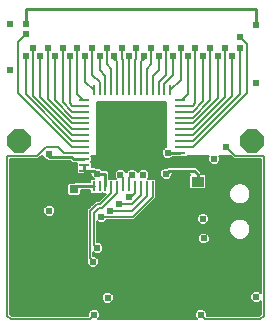
<source format=gbl>
G75*
%MOIN*%
%OFA0B0*%
%FSLAX24Y24*%
%IPPOS*%
%LPD*%
%AMOC8*
5,1,8,0,0,1.08239X$1,22.5*
%
%ADD10R,0.0354X0.0098*%
%ADD11R,0.0098X0.0354*%
%ADD12R,0.1890X0.1890*%
%ADD13R,0.0420X0.0350*%
%ADD14R,0.0300X0.0270*%
%ADD15C,0.0240*%
%ADD16C,0.0100*%
%ADD17OC8,0.0768*%
%ADD18C,0.0050*%
%ADD19C,0.0060*%
D10*
X002971Y005115D03*
X002971Y005312D03*
X002971Y005509D03*
X002971Y005706D03*
X002971Y005903D03*
X002971Y006099D03*
X002971Y006296D03*
X002971Y006493D03*
X002971Y006690D03*
X002971Y006887D03*
X002971Y007084D03*
X002971Y007281D03*
X002971Y007477D03*
X002971Y007674D03*
X006160Y007674D03*
X006160Y007477D03*
X006160Y007281D03*
X006160Y007084D03*
X006160Y006887D03*
X006160Y006690D03*
X006160Y006493D03*
X006160Y006296D03*
X006160Y006099D03*
X006160Y005903D03*
X006160Y005706D03*
X006160Y005509D03*
X006160Y005312D03*
X006160Y005115D03*
D11*
X005845Y004800D03*
X005648Y004800D03*
X005451Y004800D03*
X005254Y004800D03*
X005057Y004800D03*
X004861Y004800D03*
X004664Y004800D03*
X004467Y004800D03*
X004270Y004800D03*
X004073Y004800D03*
X003876Y004800D03*
X003679Y004800D03*
X003483Y004800D03*
X003286Y004800D03*
X003286Y007989D03*
X003483Y007989D03*
X003679Y007989D03*
X003876Y007989D03*
X004073Y007989D03*
X004270Y007989D03*
X004467Y007989D03*
X004664Y007989D03*
X004861Y007989D03*
X005057Y007989D03*
X005254Y007989D03*
X005451Y007989D03*
X005648Y007989D03*
X005845Y007989D03*
D12*
X004565Y006395D03*
D13*
X006755Y004945D03*
X006755Y004265D03*
D14*
X002630Y004270D03*
X002630Y004690D03*
D15*
X003405Y005205D03*
X004180Y005180D03*
X004568Y005180D03*
X004943Y005180D03*
X004468Y004430D03*
X004143Y004205D03*
X003843Y003980D03*
X003543Y003780D03*
X003405Y002730D03*
X003268Y002280D03*
X003755Y001080D03*
X003305Y000505D03*
X002780Y000605D03*
X001705Y000605D03*
X000705Y000605D03*
X000705Y001605D03*
X000705Y003280D03*
X000705Y004205D03*
X001205Y004705D03*
X000705Y005205D03*
X001705Y005205D03*
X001805Y005855D03*
X001805Y003980D03*
X004455Y001380D03*
X005455Y001380D03*
X006355Y000930D03*
X006855Y000505D03*
X008705Y001105D03*
X006955Y003055D03*
X006855Y002630D03*
X007505Y003605D03*
X006930Y003705D03*
X007230Y005305D03*
X007305Y005705D03*
X007705Y006105D03*
X008705Y004605D03*
X008705Y003605D03*
X005705Y005205D03*
X005755Y005905D03*
X005943Y009140D03*
X005697Y009411D03*
X005451Y009140D03*
X005205Y009411D03*
X004959Y009140D03*
X004713Y009411D03*
X004467Y009140D03*
X004221Y009411D03*
X003975Y009140D03*
X003729Y009411D03*
X003483Y009140D03*
X003236Y009411D03*
X002990Y009140D03*
X002744Y009411D03*
X002498Y009140D03*
X002252Y009411D03*
X002006Y009140D03*
X001760Y009411D03*
X001514Y009140D03*
X001268Y009411D03*
X001022Y009140D03*
X000505Y008655D03*
X001032Y009864D03*
X001020Y010217D03*
X000505Y010205D03*
X006189Y009411D03*
X006435Y009140D03*
X006681Y009411D03*
X006927Y009140D03*
X007174Y009411D03*
X007420Y009140D03*
X007666Y009411D03*
X007912Y009140D03*
X008158Y009411D03*
X008158Y009780D03*
X008712Y010177D03*
X008705Y008229D03*
D16*
X008712Y010177D02*
X008712Y010709D01*
X001020Y010709D01*
X001020Y010217D01*
X001805Y005855D02*
X001805Y005755D01*
X002555Y005755D01*
X002604Y005706D01*
X002971Y005706D01*
X002971Y005509D02*
X002971Y005312D01*
X003298Y005312D01*
X003405Y005205D01*
X003679Y005205D01*
X003679Y004800D01*
X003286Y004800D02*
X002715Y004800D01*
X002715Y004775D01*
X002630Y004690D01*
X005705Y005205D02*
X005812Y005312D01*
X006160Y005312D01*
X006648Y005312D01*
X006755Y005205D01*
X006755Y004945D01*
X006160Y005903D02*
X005807Y005903D01*
X005755Y005905D01*
D17*
X008555Y006305D03*
X000805Y006305D03*
D18*
X000405Y000480D02*
X000530Y000355D01*
X003155Y000355D01*
X003305Y000505D01*
X003141Y000617D02*
X000505Y000617D01*
X000505Y000665D02*
X003189Y000665D01*
X003224Y000700D02*
X003110Y000586D01*
X003110Y000455D01*
X000571Y000455D01*
X000505Y000521D01*
X000505Y005705D01*
X001446Y005705D01*
X001505Y005764D01*
X001546Y005805D01*
X001610Y005805D01*
X001610Y005774D01*
X001680Y005704D01*
X001680Y005703D01*
X001753Y005630D01*
X002503Y005630D01*
X002552Y005581D01*
X002719Y005581D01*
X002719Y005429D01*
X002737Y005411D01*
X002719Y005392D01*
X002719Y005232D01*
X002763Y005188D01*
X002918Y005188D01*
X002919Y005187D01*
X003210Y005187D01*
X003210Y005124D01*
X003282Y005052D01*
X003205Y005052D01*
X003161Y005009D01*
X003161Y004925D01*
X002663Y004925D01*
X002638Y004900D01*
X002449Y004900D01*
X002405Y004856D01*
X002405Y004524D01*
X002449Y004480D01*
X002811Y004480D01*
X002855Y004524D01*
X002855Y004675D01*
X003161Y004675D01*
X003161Y004592D01*
X003205Y004548D01*
X003366Y004548D01*
X003384Y004566D01*
X003402Y004548D01*
X003563Y004548D01*
X003581Y004566D01*
X003599Y004548D01*
X003707Y004548D01*
X003464Y004305D01*
X003364Y004305D01*
X003305Y004246D01*
X003114Y004055D01*
X003114Y004055D01*
X003055Y003996D01*
X003055Y002351D01*
X003073Y002334D01*
X003073Y002199D01*
X003187Y002085D01*
X003348Y002085D01*
X003462Y002199D01*
X003462Y002361D01*
X003348Y002475D01*
X003255Y002475D01*
X003255Y002604D01*
X003324Y002535D01*
X003486Y002535D01*
X003600Y002649D01*
X003600Y002811D01*
X003486Y002925D01*
X003405Y002925D01*
X003405Y003642D01*
X003462Y003585D01*
X003623Y003585D01*
X003718Y003680D01*
X004640Y003680D01*
X004699Y003739D01*
X005354Y004394D01*
X005354Y004568D01*
X005378Y004592D01*
X005378Y005009D01*
X005334Y005052D01*
X005174Y005052D01*
X005156Y005034D01*
X005138Y005052D01*
X005091Y005052D01*
X005137Y005099D01*
X005137Y005261D01*
X005023Y005375D01*
X004862Y005375D01*
X004755Y005268D01*
X004648Y005375D01*
X004487Y005375D01*
X004374Y005262D01*
X004261Y005375D01*
X004099Y005375D01*
X003985Y005261D01*
X003985Y005099D01*
X004032Y005052D01*
X003993Y005052D01*
X003975Y005034D01*
X003957Y005052D01*
X003804Y005052D01*
X003804Y005257D01*
X003731Y005330D01*
X003556Y005330D01*
X003486Y005400D01*
X003387Y005400D01*
X003350Y005437D01*
X003223Y005437D01*
X003223Y005589D01*
X003205Y005607D01*
X003223Y005626D01*
X003223Y005786D01*
X003205Y005804D01*
X003206Y005805D01*
X003405Y005805D01*
X003405Y007605D01*
X005705Y007605D01*
X005705Y006100D01*
X005674Y006100D01*
X005560Y005986D01*
X005560Y005824D01*
X005674Y005710D01*
X005836Y005710D01*
X005903Y005778D01*
X006212Y005778D01*
X006368Y005778D01*
X006395Y005805D01*
X007129Y005805D01*
X007110Y005786D01*
X007110Y005624D01*
X007224Y005510D01*
X007386Y005510D01*
X007500Y005624D01*
X007500Y005786D01*
X007481Y005805D01*
X007864Y005805D01*
X007905Y005764D01*
X007964Y005705D01*
X008855Y005705D01*
X008855Y001231D01*
X008786Y001300D01*
X008624Y001300D01*
X008510Y001186D01*
X008510Y001024D01*
X008624Y000910D01*
X008786Y000910D01*
X008855Y000979D01*
X008855Y000521D01*
X008789Y000455D01*
X007050Y000455D01*
X007050Y000586D01*
X006936Y000700D01*
X006774Y000700D01*
X006660Y000586D01*
X006660Y000424D01*
X006729Y000355D01*
X003431Y000355D01*
X003500Y000424D01*
X003500Y000586D01*
X003386Y000700D01*
X003224Y000700D01*
X003110Y000568D02*
X000505Y000568D01*
X000507Y000520D02*
X003110Y000520D01*
X003110Y000471D02*
X000555Y000471D01*
X000405Y000480D02*
X000405Y005805D01*
X001405Y005805D01*
X001705Y006105D01*
X002105Y006105D01*
X002307Y005903D01*
X002971Y005903D01*
X002971Y006099D02*
X002578Y006099D01*
X000776Y007902D01*
X000776Y009608D01*
X001032Y009864D01*
X001268Y009411D02*
X001268Y007803D01*
X002578Y006493D01*
X002971Y006493D01*
X002971Y006296D02*
X002578Y006296D01*
X001022Y007853D01*
X001022Y009140D01*
X001514Y009140D02*
X001514Y007754D01*
X002578Y006690D01*
X002971Y006690D01*
X002971Y006887D02*
X002578Y006887D01*
X001760Y007705D01*
X001760Y009411D01*
X002006Y009140D02*
X002006Y007656D01*
X002578Y007084D01*
X002971Y007084D01*
X002971Y007281D02*
X002578Y007281D01*
X002252Y007607D01*
X002252Y009411D01*
X002498Y009140D02*
X002498Y007557D01*
X002578Y007477D01*
X002971Y007477D01*
X002971Y007674D02*
X002941Y007674D01*
X002744Y007871D01*
X002744Y009411D01*
X002990Y009140D02*
X002990Y008285D01*
X003286Y007989D01*
X003483Y007989D02*
X003483Y008265D01*
X003236Y008511D01*
X003236Y009411D01*
X003483Y009140D02*
X003483Y008659D01*
X003679Y008462D01*
X003679Y007989D01*
X003876Y007989D02*
X003876Y008708D01*
X003729Y008855D01*
X003729Y009411D01*
X003975Y009140D02*
X003975Y009052D01*
X004073Y008954D01*
X004073Y007989D01*
X004270Y007989D02*
X004270Y009003D01*
X004221Y009052D01*
X004221Y009411D01*
X004467Y009140D02*
X004467Y007989D01*
X004664Y007989D02*
X004664Y009003D01*
X004713Y009052D01*
X004713Y009411D01*
X004959Y009140D02*
X004959Y009052D01*
X004861Y008954D01*
X004861Y007989D01*
X005057Y007989D02*
X005057Y008708D01*
X005205Y008855D01*
X005205Y009411D01*
X005451Y009140D02*
X005451Y008659D01*
X005254Y008462D01*
X005254Y007989D01*
X005451Y007989D02*
X005451Y008265D01*
X005697Y008511D01*
X005697Y009411D01*
X005943Y009140D02*
X005943Y008511D01*
X005648Y008216D01*
X005648Y007989D01*
X005845Y007989D02*
X006189Y008334D01*
X006189Y009411D01*
X006435Y009140D02*
X006435Y007871D01*
X006238Y007674D01*
X006160Y007674D01*
X006160Y007477D02*
X006583Y007477D01*
X006681Y007576D01*
X006681Y009411D01*
X006927Y009140D02*
X006927Y007621D01*
X006587Y007281D01*
X006160Y007281D01*
X006160Y007084D02*
X006587Y007084D01*
X007174Y007670D01*
X007174Y009411D01*
X007420Y009140D02*
X007420Y007720D01*
X006587Y006887D01*
X006160Y006887D01*
X006160Y006690D02*
X006587Y006690D01*
X007666Y007769D01*
X007666Y009411D01*
X007912Y009140D02*
X007912Y007818D01*
X006587Y006493D01*
X006160Y006493D01*
X006160Y006296D02*
X006587Y006296D01*
X008158Y007867D01*
X008158Y009411D01*
X008404Y009534D02*
X008158Y009780D01*
X008404Y009534D02*
X008404Y007916D01*
X006587Y006099D01*
X006160Y006099D01*
X006212Y005778D02*
X006212Y005778D01*
X005883Y005758D02*
X007110Y005758D01*
X007110Y005709D02*
X003223Y005709D01*
X003223Y005661D02*
X007110Y005661D01*
X007122Y005612D02*
X003209Y005612D01*
X003223Y005564D02*
X007171Y005564D01*
X007219Y005515D02*
X003223Y005515D01*
X003223Y005467D02*
X008855Y005467D01*
X008855Y005515D02*
X007391Y005515D01*
X007439Y005564D02*
X008855Y005564D01*
X008855Y005612D02*
X007488Y005612D01*
X007500Y005661D02*
X008855Y005661D01*
X008955Y005805D02*
X008955Y000480D01*
X008830Y000355D01*
X007005Y000355D01*
X006855Y000505D01*
X007019Y000617D02*
X008855Y000617D01*
X008855Y000665D02*
X006971Y000665D01*
X007050Y000568D02*
X008855Y000568D01*
X008853Y000520D02*
X007050Y000520D01*
X007050Y000471D02*
X008805Y000471D01*
X008855Y000714D02*
X000505Y000714D01*
X000505Y000762D02*
X008855Y000762D01*
X008855Y000811D02*
X000505Y000811D01*
X000505Y000859D02*
X008855Y000859D01*
X008855Y000908D02*
X003858Y000908D01*
X003836Y000885D02*
X003950Y000999D01*
X003950Y001161D01*
X003836Y001275D01*
X003674Y001275D01*
X003560Y001161D01*
X003560Y000999D01*
X003674Y000885D01*
X003836Y000885D01*
X003907Y000956D02*
X008578Y000956D01*
X008530Y001005D02*
X003950Y001005D01*
X003950Y001053D02*
X008510Y001053D01*
X008510Y001102D02*
X003950Y001102D01*
X003950Y001150D02*
X008510Y001150D01*
X008523Y001199D02*
X003912Y001199D01*
X003864Y001247D02*
X008571Y001247D01*
X008620Y001296D02*
X000505Y001296D01*
X000505Y001344D02*
X008855Y001344D01*
X008855Y001296D02*
X008790Y001296D01*
X008839Y001247D02*
X008855Y001247D01*
X008855Y001393D02*
X000505Y001393D01*
X000505Y001441D02*
X008855Y001441D01*
X008855Y001490D02*
X000505Y001490D01*
X000505Y001538D02*
X008855Y001538D01*
X008855Y001587D02*
X000505Y001587D01*
X000505Y001635D02*
X008855Y001635D01*
X008855Y001684D02*
X000505Y001684D01*
X000505Y001732D02*
X008855Y001732D01*
X008855Y001781D02*
X000505Y001781D01*
X000505Y001829D02*
X008855Y001829D01*
X008855Y001878D02*
X000505Y001878D01*
X000505Y001926D02*
X008855Y001926D01*
X008855Y001975D02*
X000505Y001975D01*
X000505Y002023D02*
X008855Y002023D01*
X008855Y002072D02*
X000505Y002072D01*
X000505Y002120D02*
X003152Y002120D01*
X003103Y002169D02*
X000505Y002169D01*
X000505Y002217D02*
X003073Y002217D01*
X003073Y002266D02*
X000505Y002266D01*
X000505Y002314D02*
X003073Y002314D01*
X003055Y002363D02*
X000505Y002363D01*
X000505Y002411D02*
X003055Y002411D01*
X003055Y002460D02*
X000505Y002460D01*
X000505Y002508D02*
X003055Y002508D01*
X003055Y002557D02*
X000505Y002557D01*
X000505Y002605D02*
X003055Y002605D01*
X003055Y002654D02*
X000505Y002654D01*
X000505Y002702D02*
X003055Y002702D01*
X003055Y002751D02*
X000505Y002751D01*
X000505Y002799D02*
X003055Y002799D01*
X003055Y002848D02*
X000505Y002848D01*
X000505Y002896D02*
X003055Y002896D01*
X003055Y002945D02*
X000505Y002945D01*
X000505Y002993D02*
X003055Y002993D01*
X003055Y003042D02*
X000505Y003042D01*
X000505Y003090D02*
X003055Y003090D01*
X003055Y003139D02*
X000505Y003139D01*
X000505Y003187D02*
X003055Y003187D01*
X003055Y003236D02*
X000505Y003236D01*
X000505Y003284D02*
X003055Y003284D01*
X003055Y003333D02*
X000505Y003333D01*
X000505Y003381D02*
X003055Y003381D01*
X003055Y003430D02*
X000505Y003430D01*
X000505Y003478D02*
X003055Y003478D01*
X003055Y003527D02*
X000505Y003527D01*
X000505Y003575D02*
X003055Y003575D01*
X003055Y003624D02*
X000505Y003624D01*
X000505Y003672D02*
X003055Y003672D01*
X003055Y003721D02*
X000505Y003721D01*
X000505Y003769D02*
X003055Y003769D01*
X003055Y003818D02*
X001918Y003818D01*
X001886Y003785D02*
X002000Y003899D01*
X002000Y004061D01*
X001886Y004175D01*
X001724Y004175D01*
X001610Y004061D01*
X001610Y003899D01*
X001724Y003785D01*
X001886Y003785D01*
X001967Y003866D02*
X003055Y003866D01*
X003055Y003915D02*
X002000Y003915D01*
X002000Y003963D02*
X003055Y003963D01*
X003070Y004012D02*
X002000Y004012D01*
X002000Y004060D02*
X003119Y004060D01*
X003167Y004109D02*
X001952Y004109D01*
X001904Y004157D02*
X003216Y004157D01*
X003264Y004206D02*
X000505Y004206D01*
X000505Y004254D02*
X003313Y004254D01*
X003305Y004246D02*
X003305Y004246D01*
X003361Y004303D02*
X000505Y004303D01*
X000505Y004351D02*
X003510Y004351D01*
X003558Y004400D02*
X000505Y004400D01*
X000505Y004448D02*
X003607Y004448D01*
X003655Y004497D02*
X002828Y004497D01*
X002855Y004545D02*
X003704Y004545D01*
X003855Y004555D02*
X003855Y004779D01*
X004055Y004782D02*
X004055Y004555D01*
X003555Y004055D01*
X003455Y004055D01*
X003305Y003905D01*
X003305Y002830D01*
X003405Y002730D01*
X003507Y002557D02*
X008855Y002557D01*
X008855Y002605D02*
X003556Y002605D01*
X003600Y002654D02*
X008855Y002654D01*
X008855Y002702D02*
X003600Y002702D01*
X003600Y002751D02*
X008855Y002751D01*
X008855Y002799D02*
X003600Y002799D01*
X003563Y002848D02*
X008855Y002848D01*
X008855Y002896D02*
X007072Y002896D01*
X007036Y002860D02*
X007150Y002974D01*
X007150Y003136D01*
X007036Y003250D01*
X006874Y003250D01*
X006760Y003136D01*
X006760Y002974D01*
X006874Y002860D01*
X007036Y002860D01*
X007120Y002945D02*
X008855Y002945D01*
X008855Y002993D02*
X007150Y002993D01*
X007150Y003042D02*
X008014Y003042D01*
X007956Y003066D02*
X008085Y003012D01*
X008225Y003012D01*
X008354Y003066D01*
X008454Y003165D01*
X008507Y003294D01*
X008507Y003434D01*
X008454Y003564D01*
X008354Y003663D01*
X008225Y003717D01*
X008085Y003717D01*
X007956Y003663D01*
X007856Y003564D01*
X007803Y003434D01*
X007803Y003294D01*
X007856Y003165D01*
X007956Y003066D01*
X007931Y003090D02*
X007150Y003090D01*
X007147Y003139D02*
X007883Y003139D01*
X007847Y003187D02*
X007099Y003187D01*
X007050Y003236D02*
X007827Y003236D01*
X007807Y003284D02*
X003405Y003284D01*
X003405Y003236D02*
X006860Y003236D01*
X006811Y003187D02*
X003405Y003187D01*
X003405Y003139D02*
X006763Y003139D01*
X006760Y003090D02*
X003405Y003090D01*
X003405Y003042D02*
X006760Y003042D01*
X006760Y002993D02*
X003405Y002993D01*
X003405Y002945D02*
X006790Y002945D01*
X006838Y002896D02*
X003515Y002896D01*
X003303Y002557D02*
X003255Y002557D01*
X003255Y002508D02*
X008855Y002508D01*
X008855Y002460D02*
X003364Y002460D01*
X003412Y002411D02*
X008855Y002411D01*
X008855Y002363D02*
X003461Y002363D01*
X003462Y002314D02*
X008855Y002314D01*
X008855Y002266D02*
X003462Y002266D01*
X003462Y002217D02*
X008855Y002217D01*
X008855Y002169D02*
X003432Y002169D01*
X003383Y002120D02*
X008855Y002120D01*
X008855Y003042D02*
X008296Y003042D01*
X008379Y003090D02*
X008855Y003090D01*
X008855Y003139D02*
X008427Y003139D01*
X008463Y003187D02*
X008855Y003187D01*
X008855Y003236D02*
X008483Y003236D01*
X008503Y003284D02*
X008855Y003284D01*
X008855Y003333D02*
X008507Y003333D01*
X008507Y003381D02*
X008855Y003381D01*
X008855Y003430D02*
X008507Y003430D01*
X008489Y003478D02*
X008855Y003478D01*
X008855Y003527D02*
X008469Y003527D01*
X008442Y003575D02*
X008855Y003575D01*
X008855Y003624D02*
X008394Y003624D01*
X008333Y003672D02*
X008855Y003672D01*
X008855Y003721D02*
X007125Y003721D01*
X007125Y003769D02*
X008855Y003769D01*
X008855Y003818D02*
X007093Y003818D01*
X007125Y003786D02*
X007011Y003900D01*
X006849Y003900D01*
X006735Y003786D01*
X006735Y003624D01*
X006849Y003510D01*
X007011Y003510D01*
X007125Y003624D01*
X007125Y003786D01*
X007045Y003866D02*
X008855Y003866D01*
X008855Y003915D02*
X004875Y003915D01*
X004923Y003963D02*
X008855Y003963D01*
X008855Y004012D02*
X004972Y004012D01*
X005020Y004060D02*
X008855Y004060D01*
X008855Y004109D02*
X005069Y004109D01*
X005117Y004157D02*
X008855Y004157D01*
X008855Y004206D02*
X008254Y004206D01*
X008225Y004193D02*
X008085Y004193D01*
X007956Y004247D01*
X007856Y004346D01*
X007803Y004476D01*
X007803Y004616D01*
X007856Y004745D01*
X007956Y004844D01*
X008085Y004898D01*
X008225Y004898D01*
X008354Y004844D01*
X008454Y004745D01*
X008507Y004616D01*
X008507Y004476D01*
X008454Y004346D01*
X008354Y004247D01*
X008225Y004193D01*
X008362Y004254D02*
X008855Y004254D01*
X008855Y004303D02*
X008410Y004303D01*
X008456Y004351D02*
X008855Y004351D01*
X008855Y004400D02*
X008476Y004400D01*
X008496Y004448D02*
X008855Y004448D01*
X008855Y004497D02*
X008507Y004497D01*
X008507Y004545D02*
X008855Y004545D01*
X008855Y004594D02*
X008507Y004594D01*
X008496Y004642D02*
X008855Y004642D01*
X008855Y004691D02*
X008476Y004691D01*
X008456Y004739D02*
X008855Y004739D01*
X008855Y004788D02*
X008411Y004788D01*
X008363Y004836D02*
X008855Y004836D01*
X008855Y004885D02*
X008257Y004885D01*
X008053Y004885D02*
X007040Y004885D01*
X007040Y004933D02*
X008855Y004933D01*
X008855Y004982D02*
X007040Y004982D01*
X007040Y005030D02*
X008855Y005030D01*
X008855Y005079D02*
X007040Y005079D01*
X007040Y005127D02*
X008855Y005127D01*
X008855Y005176D02*
X007016Y005176D01*
X006996Y005195D02*
X006880Y005195D01*
X006880Y005257D01*
X006807Y005330D01*
X006700Y005437D01*
X005760Y005437D01*
X005723Y005400D01*
X005624Y005400D01*
X005510Y005286D01*
X005510Y005124D01*
X005624Y005010D01*
X005786Y005010D01*
X005900Y005124D01*
X005900Y005187D01*
X006212Y005187D01*
X006506Y005187D01*
X006470Y005151D01*
X006470Y004739D01*
X005378Y004739D01*
X005378Y004691D02*
X007834Y004691D01*
X007854Y004739D02*
X007040Y004739D01*
X007040Y005151D01*
X006996Y005195D01*
X006880Y005224D02*
X008855Y005224D01*
X008855Y005273D02*
X006864Y005273D01*
X006816Y005321D02*
X008855Y005321D01*
X008855Y005370D02*
X006767Y005370D01*
X006719Y005418D02*
X008855Y005418D01*
X008955Y005805D02*
X008005Y005805D01*
X007705Y006105D01*
X007500Y005758D02*
X007911Y005758D01*
X007960Y005709D02*
X007500Y005709D01*
X007947Y004836D02*
X007040Y004836D01*
X007040Y004788D02*
X007899Y004788D01*
X007814Y004642D02*
X005378Y004642D01*
X005378Y004594D02*
X007803Y004594D01*
X007803Y004545D02*
X005354Y004545D01*
X005354Y004497D02*
X007803Y004497D01*
X007814Y004448D02*
X005354Y004448D01*
X005354Y004400D02*
X007834Y004400D01*
X007854Y004351D02*
X005311Y004351D01*
X005263Y004303D02*
X007900Y004303D01*
X007948Y004254D02*
X005214Y004254D01*
X005166Y004206D02*
X008056Y004206D01*
X007977Y003672D02*
X007125Y003672D01*
X007124Y003624D02*
X007916Y003624D01*
X007868Y003575D02*
X007076Y003575D01*
X007027Y003527D02*
X007841Y003527D01*
X007821Y003478D02*
X003405Y003478D01*
X003405Y003430D02*
X007803Y003430D01*
X007803Y003381D02*
X003405Y003381D01*
X003405Y003333D02*
X007803Y003333D01*
X006833Y003527D02*
X003405Y003527D01*
X003405Y003575D02*
X006784Y003575D01*
X006736Y003624D02*
X003662Y003624D01*
X003710Y003672D02*
X006735Y003672D01*
X006735Y003721D02*
X004681Y003721D01*
X004729Y003769D02*
X006735Y003769D01*
X006767Y003818D02*
X004778Y003818D01*
X004826Y003866D02*
X006815Y003866D01*
X006996Y004695D02*
X006514Y004695D01*
X006470Y004739D01*
X006470Y004788D02*
X005378Y004788D01*
X005378Y004836D02*
X006470Y004836D01*
X006470Y004885D02*
X005378Y004885D01*
X005378Y004933D02*
X006470Y004933D01*
X006470Y004982D02*
X005378Y004982D01*
X005357Y005030D02*
X005604Y005030D01*
X005556Y005079D02*
X005117Y005079D01*
X005137Y005127D02*
X005510Y005127D01*
X005510Y005176D02*
X005137Y005176D01*
X005137Y005224D02*
X005510Y005224D01*
X005510Y005273D02*
X005126Y005273D01*
X005077Y005321D02*
X005545Y005321D01*
X005594Y005370D02*
X005029Y005370D01*
X004856Y005370D02*
X004654Y005370D01*
X004702Y005321D02*
X004808Y005321D01*
X004759Y005273D02*
X004751Y005273D01*
X004568Y005180D02*
X004468Y005093D01*
X004468Y005005D01*
X004467Y004800D01*
X004668Y004779D02*
X004668Y004573D01*
X004525Y004430D01*
X004468Y004430D01*
X004567Y004205D02*
X004143Y004205D01*
X003843Y003980D02*
X004573Y003980D01*
X005070Y004477D01*
X005070Y004788D01*
X005254Y004800D02*
X005254Y004436D01*
X004599Y003780D01*
X003543Y003780D01*
X003423Y003624D02*
X003405Y003624D01*
X003155Y003955D02*
X003155Y002393D01*
X003268Y002280D01*
X003646Y001247D02*
X000505Y001247D01*
X000505Y001199D02*
X003598Y001199D01*
X003560Y001150D02*
X000505Y001150D01*
X000505Y001102D02*
X003560Y001102D01*
X003560Y001053D02*
X000505Y001053D01*
X000505Y001005D02*
X003560Y001005D01*
X003603Y000956D02*
X000505Y000956D01*
X000505Y000908D02*
X003652Y000908D01*
X003421Y000665D02*
X006739Y000665D01*
X006691Y000617D02*
X003469Y000617D01*
X003500Y000568D02*
X006660Y000568D01*
X006660Y000520D02*
X003500Y000520D01*
X003500Y000471D02*
X006660Y000471D01*
X006662Y000423D02*
X003498Y000423D01*
X003450Y000374D02*
X006710Y000374D01*
X008832Y000956D02*
X008855Y000956D01*
X006996Y004695D02*
X007040Y004739D01*
X006470Y005030D02*
X005806Y005030D01*
X005854Y005079D02*
X006470Y005079D01*
X006470Y005127D02*
X005900Y005127D01*
X005900Y005176D02*
X006494Y005176D01*
X005741Y005418D02*
X003369Y005418D01*
X003516Y005370D02*
X004094Y005370D01*
X004045Y005321D02*
X003740Y005321D01*
X003789Y005273D02*
X003997Y005273D01*
X003985Y005224D02*
X003804Y005224D01*
X003804Y005176D02*
X003985Y005176D01*
X003985Y005127D02*
X003804Y005127D01*
X003804Y005079D02*
X004006Y005079D01*
X004180Y005180D02*
X004270Y005090D01*
X004270Y004800D01*
X004363Y005273D02*
X004384Y005273D01*
X004433Y005321D02*
X004315Y005321D01*
X004266Y005370D02*
X004481Y005370D01*
X004873Y004788D02*
X004873Y004511D01*
X004567Y004205D01*
X003855Y004555D02*
X003505Y004205D01*
X003405Y004205D01*
X003155Y003955D01*
X003161Y004594D02*
X002855Y004594D01*
X002855Y004642D02*
X003161Y004642D01*
X003161Y004933D02*
X000505Y004933D01*
X000505Y004885D02*
X002433Y004885D01*
X002405Y004836D02*
X000505Y004836D01*
X000505Y004788D02*
X002405Y004788D01*
X002405Y004739D02*
X000505Y004739D01*
X000505Y004691D02*
X002405Y004691D01*
X002405Y004642D02*
X000505Y004642D01*
X000505Y004594D02*
X002405Y004594D01*
X002405Y004545D02*
X000505Y004545D01*
X000505Y004497D02*
X002432Y004497D01*
X002726Y005224D02*
X000505Y005224D01*
X000505Y005176D02*
X003210Y005176D01*
X003210Y005127D02*
X000505Y005127D01*
X000505Y005079D02*
X003256Y005079D01*
X003183Y005030D02*
X000505Y005030D01*
X000505Y004982D02*
X003161Y004982D01*
X002719Y005273D02*
X000505Y005273D01*
X000505Y005321D02*
X002719Y005321D01*
X002719Y005370D02*
X000505Y005370D01*
X000505Y005418D02*
X002729Y005418D01*
X002719Y005467D02*
X000505Y005467D01*
X000505Y005515D02*
X002719Y005515D01*
X002719Y005564D02*
X000505Y005564D01*
X000505Y005612D02*
X002521Y005612D01*
X003223Y005758D02*
X005627Y005758D01*
X005578Y005806D02*
X003405Y005806D01*
X003405Y005855D02*
X005560Y005855D01*
X005560Y005903D02*
X003405Y005903D01*
X003405Y005952D02*
X005560Y005952D01*
X005574Y006000D02*
X003405Y006000D01*
X003405Y006049D02*
X005623Y006049D01*
X005671Y006097D02*
X003405Y006097D01*
X003405Y006146D02*
X005705Y006146D01*
X005705Y006194D02*
X003405Y006194D01*
X003405Y006243D02*
X005705Y006243D01*
X005705Y006291D02*
X003405Y006291D01*
X003405Y006340D02*
X005705Y006340D01*
X005705Y006388D02*
X003405Y006388D01*
X003405Y006437D02*
X005705Y006437D01*
X005705Y006485D02*
X003405Y006485D01*
X003405Y006534D02*
X005705Y006534D01*
X005705Y006582D02*
X003405Y006582D01*
X003405Y006631D02*
X005705Y006631D01*
X005705Y006679D02*
X003405Y006679D01*
X003405Y006728D02*
X005705Y006728D01*
X005705Y006776D02*
X003405Y006776D01*
X003405Y006825D02*
X005705Y006825D01*
X005705Y006873D02*
X003405Y006873D01*
X003405Y006922D02*
X005705Y006922D01*
X005705Y006970D02*
X003405Y006970D01*
X003405Y007019D02*
X005705Y007019D01*
X005705Y007067D02*
X003405Y007067D01*
X003405Y007116D02*
X005705Y007116D01*
X005705Y007164D02*
X003405Y007164D01*
X003405Y007213D02*
X005705Y007213D01*
X005705Y007261D02*
X003405Y007261D01*
X003405Y007310D02*
X005705Y007310D01*
X005705Y007358D02*
X003405Y007358D01*
X003405Y007407D02*
X005705Y007407D01*
X005705Y007455D02*
X003405Y007455D01*
X003405Y007504D02*
X005705Y007504D01*
X005705Y007552D02*
X003405Y007552D01*
X003405Y007601D02*
X005705Y007601D01*
X001723Y005661D02*
X000505Y005661D01*
X001450Y005709D02*
X001675Y005709D01*
X001627Y005758D02*
X001499Y005758D01*
X001706Y004157D02*
X000505Y004157D01*
X000505Y004109D02*
X001658Y004109D01*
X001610Y004060D02*
X000505Y004060D01*
X000505Y004012D02*
X001610Y004012D01*
X001610Y003963D02*
X000505Y003963D01*
X000505Y003915D02*
X001610Y003915D01*
X001643Y003866D02*
X000505Y003866D01*
X000505Y003818D02*
X001692Y003818D01*
D19*
X003855Y004779D02*
X003876Y004800D01*
X004055Y004782D02*
X004073Y004800D01*
X004655Y004792D02*
X004668Y004779D01*
X004664Y004796D02*
X004664Y004800D01*
X004655Y004792D01*
X004861Y004800D02*
X004873Y004788D01*
X005057Y004800D02*
X005070Y004788D01*
X006055Y005312D02*
X006160Y005312D01*
M02*

</source>
